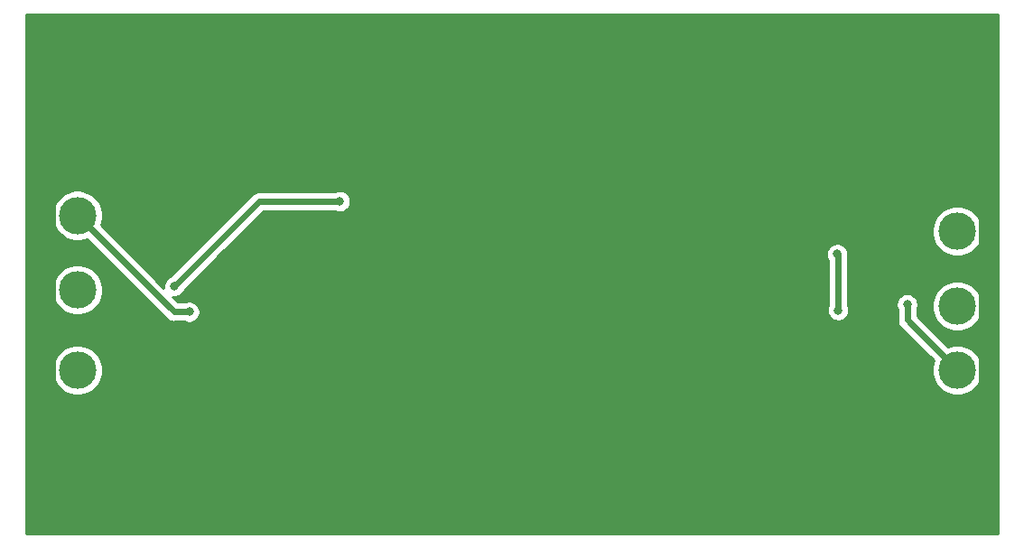
<source format=gbr>
%TF.GenerationSoftware,KiCad,Pcbnew,5.1.10-88a1d61d58~88~ubuntu20.04.1*%
%TF.CreationDate,2021-07-03T03:55:51+02:00*%
%TF.ProjectId,smd-balanced,736d642d-6261-46c6-916e-6365642e6b69,rev?*%
%TF.SameCoordinates,Original*%
%TF.FileFunction,Copper,L2,Bot*%
%TF.FilePolarity,Positive*%
%FSLAX46Y46*%
G04 Gerber Fmt 4.6, Leading zero omitted, Abs format (unit mm)*
G04 Created by KiCad (PCBNEW 5.1.10-88a1d61d58~88~ubuntu20.04.1) date 2021-07-03 03:55:51*
%MOMM*%
%LPD*%
G01*
G04 APERTURE LIST*
%TA.AperFunction,ComponentPad*%
%ADD10C,3.500000*%
%TD*%
%TA.AperFunction,ViaPad*%
%ADD11C,0.800000*%
%TD*%
%TA.AperFunction,Conductor*%
%ADD12C,0.600000*%
%TD*%
%TA.AperFunction,Conductor*%
%ADD13C,0.254000*%
%TD*%
%TA.AperFunction,Conductor*%
%ADD14C,0.100000*%
%TD*%
G04 APERTURE END LIST*
D10*
%TO.P,J1,1*%
%TO.N,Net-(D2-Pad2)*%
X40500000Y-66500000D03*
%TD*%
%TO.P,J2,1*%
%TO.N,/2*%
X123000000Y-53500000D03*
%TD*%
%TO.P,J3,1*%
%TO.N,/3*%
X123000000Y-60500000D03*
%TD*%
%TO.P,J4,1*%
%TO.N,V-*%
X123000000Y-66500000D03*
%TD*%
%TO.P,J6,1*%
%TO.N,Earth*%
X40500000Y-38000000D03*
%TD*%
%TO.P,J7,1*%
%TO.N,Earth*%
X123000000Y-38000000D03*
%TD*%
%TO.P,J8,1*%
%TO.N,Earth*%
X123000000Y-78000000D03*
%TD*%
%TO.P,J9,1*%
%TO.N,Earth*%
X40500000Y-78000000D03*
%TD*%
%TO.P,J10,1*%
%TO.N,ind*%
X40500000Y-52000000D03*
%TD*%
%TO.P,J11,1*%
%TO.N,V-*%
X40500000Y-59000000D03*
%TD*%
D11*
%TO.N,V-*%
X118311100Y-60341900D03*
%TO.N,Net-(D1-Pad1)*%
X111743900Y-55624900D03*
X111825000Y-60898700D03*
%TO.N,ind*%
X50996600Y-61046800D03*
%TO.N,Earth*%
X57500000Y-75000000D03*
X61000000Y-70500000D03*
X61500000Y-65000000D03*
X43500000Y-63500000D03*
X48500000Y-56500000D03*
X48500000Y-50500000D03*
X72500000Y-49000000D03*
X79500000Y-47500000D03*
X76500000Y-73500000D03*
X89000000Y-76000000D03*
X97500000Y-62000000D03*
X89500000Y-46000000D03*
X120000000Y-57500000D03*
X115500000Y-63500000D03*
X110500000Y-53500000D03*
X66000000Y-72000000D03*
X53500000Y-61500000D03*
X64500000Y-48000000D03*
X43500000Y-59000000D03*
X55000000Y-56500000D03*
X63500000Y-44000000D03*
X59000000Y-53500000D03*
X59500000Y-58000000D03*
X60500000Y-60000000D03*
%TO.N,Rin*%
X49622400Y-58609700D03*
X65092600Y-50667800D03*
%TD*%
D12*
%TO.N,V-*%
X123000000Y-66500000D02*
X118311100Y-61811100D01*
X118311100Y-61811100D02*
X118311100Y-60341900D01*
%TO.N,Net-(D1-Pad1)*%
X111825000Y-60898700D02*
X111825000Y-55706000D01*
X111825000Y-55706000D02*
X111743900Y-55624900D01*
%TO.N,ind*%
X40500000Y-52000000D02*
X49546800Y-61046800D01*
X49546800Y-61046800D02*
X50996600Y-61046800D01*
%TO.N,Earth*%
X40500000Y-78000000D02*
X123000000Y-78000000D01*
X40500000Y-38000000D02*
X38191400Y-40308600D01*
X38191400Y-40308600D02*
X38191400Y-75691400D01*
X38191400Y-75691400D02*
X40500000Y-78000000D01*
X123000000Y-78000000D02*
X125255900Y-75744100D01*
X125255900Y-75744100D02*
X125255900Y-40255900D01*
X125255900Y-40255900D02*
X123000000Y-38000000D01*
%TO.N,Rin*%
X65092600Y-50667800D02*
X57564300Y-50667800D01*
X57564300Y-50667800D02*
X49622400Y-58609700D01*
%TD*%
D13*
%TO.N,Earth*%
X126840001Y-81840000D02*
X35660000Y-81840000D01*
X35660000Y-66265098D01*
X38115000Y-66265098D01*
X38115000Y-66734902D01*
X38206654Y-67195679D01*
X38386440Y-67629721D01*
X38647450Y-68020349D01*
X38979651Y-68352550D01*
X39370279Y-68613560D01*
X39804321Y-68793346D01*
X40265098Y-68885000D01*
X40734902Y-68885000D01*
X41195679Y-68793346D01*
X41629721Y-68613560D01*
X42020349Y-68352550D01*
X42352550Y-68020349D01*
X42613560Y-67629721D01*
X42793346Y-67195679D01*
X42885000Y-66734902D01*
X42885000Y-66265098D01*
X42793346Y-65804321D01*
X42613560Y-65370279D01*
X42352550Y-64979651D01*
X42020349Y-64647450D01*
X41629721Y-64386440D01*
X41195679Y-64206654D01*
X40734902Y-64115000D01*
X40265098Y-64115000D01*
X39804321Y-64206654D01*
X39370279Y-64386440D01*
X38979651Y-64647450D01*
X38647450Y-64979651D01*
X38386440Y-65370279D01*
X38206654Y-65804321D01*
X38115000Y-66265098D01*
X35660000Y-66265098D01*
X35660000Y-58765098D01*
X38115000Y-58765098D01*
X38115000Y-59234902D01*
X38206654Y-59695679D01*
X38386440Y-60129721D01*
X38647450Y-60520349D01*
X38979651Y-60852550D01*
X39370279Y-61113560D01*
X39804321Y-61293346D01*
X40265098Y-61385000D01*
X40734902Y-61385000D01*
X41195679Y-61293346D01*
X41629721Y-61113560D01*
X42020349Y-60852550D01*
X42352550Y-60520349D01*
X42613560Y-60129721D01*
X42793346Y-59695679D01*
X42885000Y-59234902D01*
X42885000Y-58765098D01*
X42793346Y-58304321D01*
X42613560Y-57870279D01*
X42352550Y-57479651D01*
X42020349Y-57147450D01*
X41629721Y-56886440D01*
X41195679Y-56706654D01*
X40734902Y-56615000D01*
X40265098Y-56615000D01*
X39804321Y-56706654D01*
X39370279Y-56886440D01*
X38979651Y-57147450D01*
X38647450Y-57479651D01*
X38386440Y-57870279D01*
X38206654Y-58304321D01*
X38115000Y-58765098D01*
X35660000Y-58765098D01*
X35660000Y-51765098D01*
X38115000Y-51765098D01*
X38115000Y-52234902D01*
X38206654Y-52695679D01*
X38386440Y-53129721D01*
X38647450Y-53520349D01*
X38979651Y-53852550D01*
X39370279Y-54113560D01*
X39804321Y-54293346D01*
X40265098Y-54385000D01*
X40734902Y-54385000D01*
X41195679Y-54293346D01*
X41390401Y-54212690D01*
X48853175Y-61675465D01*
X48882456Y-61711144D01*
X49024828Y-61827986D01*
X49187260Y-61914807D01*
X49310043Y-61952053D01*
X49363507Y-61968271D01*
X49546799Y-61986324D01*
X49592731Y-61981800D01*
X50549305Y-61981800D01*
X50694702Y-62042026D01*
X50894661Y-62081800D01*
X51098539Y-62081800D01*
X51298498Y-62042026D01*
X51486856Y-61964005D01*
X51656374Y-61850737D01*
X51800537Y-61706574D01*
X51913805Y-61537056D01*
X51991826Y-61348698D01*
X52031600Y-61148739D01*
X52031600Y-60944861D01*
X51991826Y-60744902D01*
X51913805Y-60556544D01*
X51800537Y-60387026D01*
X51656374Y-60242863D01*
X51486856Y-60129595D01*
X51298498Y-60051574D01*
X51098539Y-60011800D01*
X50894661Y-60011800D01*
X50694702Y-60051574D01*
X50549305Y-60111800D01*
X49934090Y-60111800D01*
X49453713Y-59631423D01*
X49520461Y-59644700D01*
X49724339Y-59644700D01*
X49924298Y-59604926D01*
X50112656Y-59526905D01*
X50282174Y-59413637D01*
X50426337Y-59269474D01*
X50539605Y-59099956D01*
X50599831Y-58954558D01*
X54031428Y-55522961D01*
X110708900Y-55522961D01*
X110708900Y-55726839D01*
X110748674Y-55926798D01*
X110826695Y-56115156D01*
X110890001Y-56209900D01*
X110890000Y-60451404D01*
X110829774Y-60596802D01*
X110790000Y-60796761D01*
X110790000Y-61000639D01*
X110829774Y-61200598D01*
X110907795Y-61388956D01*
X111021063Y-61558474D01*
X111165226Y-61702637D01*
X111334744Y-61815905D01*
X111523102Y-61893926D01*
X111723061Y-61933700D01*
X111926939Y-61933700D01*
X112126898Y-61893926D01*
X112315256Y-61815905D01*
X112484774Y-61702637D01*
X112628937Y-61558474D01*
X112742205Y-61388956D01*
X112820226Y-61200598D01*
X112860000Y-61000639D01*
X112860000Y-60796761D01*
X112820226Y-60596802D01*
X112760000Y-60451405D01*
X112760000Y-60239961D01*
X117276100Y-60239961D01*
X117276100Y-60443839D01*
X117315874Y-60643798D01*
X117376101Y-60789197D01*
X117376100Y-61765168D01*
X117371576Y-61811100D01*
X117383651Y-61933700D01*
X117389629Y-61994391D01*
X117443093Y-62170639D01*
X117529914Y-62333071D01*
X117646756Y-62475444D01*
X117682441Y-62504730D01*
X120787310Y-65609599D01*
X120706654Y-65804321D01*
X120615000Y-66265098D01*
X120615000Y-66734902D01*
X120706654Y-67195679D01*
X120886440Y-67629721D01*
X121147450Y-68020349D01*
X121479651Y-68352550D01*
X121870279Y-68613560D01*
X122304321Y-68793346D01*
X122765098Y-68885000D01*
X123234902Y-68885000D01*
X123695679Y-68793346D01*
X124129721Y-68613560D01*
X124520349Y-68352550D01*
X124852550Y-68020349D01*
X125113560Y-67629721D01*
X125293346Y-67195679D01*
X125385000Y-66734902D01*
X125385000Y-66265098D01*
X125293346Y-65804321D01*
X125113560Y-65370279D01*
X124852550Y-64979651D01*
X124520349Y-64647450D01*
X124129721Y-64386440D01*
X123695679Y-64206654D01*
X123234902Y-64115000D01*
X122765098Y-64115000D01*
X122304321Y-64206654D01*
X122109599Y-64287310D01*
X119246100Y-61423811D01*
X119246100Y-60789195D01*
X119306326Y-60643798D01*
X119346100Y-60443839D01*
X119346100Y-60265098D01*
X120615000Y-60265098D01*
X120615000Y-60734902D01*
X120706654Y-61195679D01*
X120886440Y-61629721D01*
X121147450Y-62020349D01*
X121479651Y-62352550D01*
X121870279Y-62613560D01*
X122304321Y-62793346D01*
X122765098Y-62885000D01*
X123234902Y-62885000D01*
X123695679Y-62793346D01*
X124129721Y-62613560D01*
X124520349Y-62352550D01*
X124852550Y-62020349D01*
X125113560Y-61629721D01*
X125293346Y-61195679D01*
X125385000Y-60734902D01*
X125385000Y-60265098D01*
X125293346Y-59804321D01*
X125113560Y-59370279D01*
X124852550Y-58979651D01*
X124520349Y-58647450D01*
X124129721Y-58386440D01*
X123695679Y-58206654D01*
X123234902Y-58115000D01*
X122765098Y-58115000D01*
X122304321Y-58206654D01*
X121870279Y-58386440D01*
X121479651Y-58647450D01*
X121147450Y-58979651D01*
X120886440Y-59370279D01*
X120706654Y-59804321D01*
X120615000Y-60265098D01*
X119346100Y-60265098D01*
X119346100Y-60239961D01*
X119306326Y-60040002D01*
X119228305Y-59851644D01*
X119115037Y-59682126D01*
X118970874Y-59537963D01*
X118801356Y-59424695D01*
X118612998Y-59346674D01*
X118413039Y-59306900D01*
X118209161Y-59306900D01*
X118009202Y-59346674D01*
X117820844Y-59424695D01*
X117651326Y-59537963D01*
X117507163Y-59682126D01*
X117393895Y-59851644D01*
X117315874Y-60040002D01*
X117276100Y-60239961D01*
X112760000Y-60239961D01*
X112760000Y-55821856D01*
X112778900Y-55726839D01*
X112778900Y-55522961D01*
X112739126Y-55323002D01*
X112661105Y-55134644D01*
X112547837Y-54965126D01*
X112403674Y-54820963D01*
X112234156Y-54707695D01*
X112045798Y-54629674D01*
X111845839Y-54589900D01*
X111641961Y-54589900D01*
X111442002Y-54629674D01*
X111253644Y-54707695D01*
X111084126Y-54820963D01*
X110939963Y-54965126D01*
X110826695Y-55134644D01*
X110748674Y-55323002D01*
X110708900Y-55522961D01*
X54031428Y-55522961D01*
X56289291Y-53265098D01*
X120615000Y-53265098D01*
X120615000Y-53734902D01*
X120706654Y-54195679D01*
X120886440Y-54629721D01*
X121147450Y-55020349D01*
X121479651Y-55352550D01*
X121870279Y-55613560D01*
X122304321Y-55793346D01*
X122765098Y-55885000D01*
X123234902Y-55885000D01*
X123695679Y-55793346D01*
X124129721Y-55613560D01*
X124520349Y-55352550D01*
X124852550Y-55020349D01*
X125113560Y-54629721D01*
X125293346Y-54195679D01*
X125385000Y-53734902D01*
X125385000Y-53265098D01*
X125293346Y-52804321D01*
X125113560Y-52370279D01*
X124852550Y-51979651D01*
X124520349Y-51647450D01*
X124129721Y-51386440D01*
X123695679Y-51206654D01*
X123234902Y-51115000D01*
X122765098Y-51115000D01*
X122304321Y-51206654D01*
X121870279Y-51386440D01*
X121479651Y-51647450D01*
X121147450Y-51979651D01*
X120886440Y-52370279D01*
X120706654Y-52804321D01*
X120615000Y-53265098D01*
X56289291Y-53265098D01*
X57951589Y-51602800D01*
X64645305Y-51602800D01*
X64790702Y-51663026D01*
X64990661Y-51702800D01*
X65194539Y-51702800D01*
X65394498Y-51663026D01*
X65582856Y-51585005D01*
X65752374Y-51471737D01*
X65896537Y-51327574D01*
X66009805Y-51158056D01*
X66087826Y-50969698D01*
X66127600Y-50769739D01*
X66127600Y-50565861D01*
X66087826Y-50365902D01*
X66009805Y-50177544D01*
X65896537Y-50008026D01*
X65752374Y-49863863D01*
X65582856Y-49750595D01*
X65394498Y-49672574D01*
X65194539Y-49632800D01*
X64990661Y-49632800D01*
X64790702Y-49672574D01*
X64645305Y-49732800D01*
X57610235Y-49732800D01*
X57564300Y-49728276D01*
X57381008Y-49746328D01*
X57204759Y-49799793D01*
X57148180Y-49830035D01*
X57042328Y-49886614D01*
X56899956Y-50003456D01*
X56870670Y-50039141D01*
X49277542Y-57632269D01*
X49132144Y-57692495D01*
X48962626Y-57805763D01*
X48818463Y-57949926D01*
X48705195Y-58119444D01*
X48627174Y-58307802D01*
X48587400Y-58507761D01*
X48587400Y-58711639D01*
X48600677Y-58778387D01*
X42712690Y-52890401D01*
X42793346Y-52695679D01*
X42885000Y-52234902D01*
X42885000Y-51765098D01*
X42793346Y-51304321D01*
X42613560Y-50870279D01*
X42352550Y-50479651D01*
X42020349Y-50147450D01*
X41629721Y-49886440D01*
X41195679Y-49706654D01*
X40734902Y-49615000D01*
X40265098Y-49615000D01*
X39804321Y-49706654D01*
X39370279Y-49886440D01*
X38979651Y-50147450D01*
X38647450Y-50479651D01*
X38386440Y-50870279D01*
X38206654Y-51304321D01*
X38115000Y-51765098D01*
X35660000Y-51765098D01*
X35660000Y-33160000D01*
X126840000Y-33160000D01*
X126840001Y-81840000D01*
%TA.AperFunction,Conductor*%
D14*
G36*
X126840001Y-81840000D02*
G01*
X35660000Y-81840000D01*
X35660000Y-66265098D01*
X38115000Y-66265098D01*
X38115000Y-66734902D01*
X38206654Y-67195679D01*
X38386440Y-67629721D01*
X38647450Y-68020349D01*
X38979651Y-68352550D01*
X39370279Y-68613560D01*
X39804321Y-68793346D01*
X40265098Y-68885000D01*
X40734902Y-68885000D01*
X41195679Y-68793346D01*
X41629721Y-68613560D01*
X42020349Y-68352550D01*
X42352550Y-68020349D01*
X42613560Y-67629721D01*
X42793346Y-67195679D01*
X42885000Y-66734902D01*
X42885000Y-66265098D01*
X42793346Y-65804321D01*
X42613560Y-65370279D01*
X42352550Y-64979651D01*
X42020349Y-64647450D01*
X41629721Y-64386440D01*
X41195679Y-64206654D01*
X40734902Y-64115000D01*
X40265098Y-64115000D01*
X39804321Y-64206654D01*
X39370279Y-64386440D01*
X38979651Y-64647450D01*
X38647450Y-64979651D01*
X38386440Y-65370279D01*
X38206654Y-65804321D01*
X38115000Y-66265098D01*
X35660000Y-66265098D01*
X35660000Y-58765098D01*
X38115000Y-58765098D01*
X38115000Y-59234902D01*
X38206654Y-59695679D01*
X38386440Y-60129721D01*
X38647450Y-60520349D01*
X38979651Y-60852550D01*
X39370279Y-61113560D01*
X39804321Y-61293346D01*
X40265098Y-61385000D01*
X40734902Y-61385000D01*
X41195679Y-61293346D01*
X41629721Y-61113560D01*
X42020349Y-60852550D01*
X42352550Y-60520349D01*
X42613560Y-60129721D01*
X42793346Y-59695679D01*
X42885000Y-59234902D01*
X42885000Y-58765098D01*
X42793346Y-58304321D01*
X42613560Y-57870279D01*
X42352550Y-57479651D01*
X42020349Y-57147450D01*
X41629721Y-56886440D01*
X41195679Y-56706654D01*
X40734902Y-56615000D01*
X40265098Y-56615000D01*
X39804321Y-56706654D01*
X39370279Y-56886440D01*
X38979651Y-57147450D01*
X38647450Y-57479651D01*
X38386440Y-57870279D01*
X38206654Y-58304321D01*
X38115000Y-58765098D01*
X35660000Y-58765098D01*
X35660000Y-51765098D01*
X38115000Y-51765098D01*
X38115000Y-52234902D01*
X38206654Y-52695679D01*
X38386440Y-53129721D01*
X38647450Y-53520349D01*
X38979651Y-53852550D01*
X39370279Y-54113560D01*
X39804321Y-54293346D01*
X40265098Y-54385000D01*
X40734902Y-54385000D01*
X41195679Y-54293346D01*
X41390401Y-54212690D01*
X48853175Y-61675465D01*
X48882456Y-61711144D01*
X49024828Y-61827986D01*
X49187260Y-61914807D01*
X49310043Y-61952053D01*
X49363507Y-61968271D01*
X49546799Y-61986324D01*
X49592731Y-61981800D01*
X50549305Y-61981800D01*
X50694702Y-62042026D01*
X50894661Y-62081800D01*
X51098539Y-62081800D01*
X51298498Y-62042026D01*
X51486856Y-61964005D01*
X51656374Y-61850737D01*
X51800537Y-61706574D01*
X51913805Y-61537056D01*
X51991826Y-61348698D01*
X52031600Y-61148739D01*
X52031600Y-60944861D01*
X51991826Y-60744902D01*
X51913805Y-60556544D01*
X51800537Y-60387026D01*
X51656374Y-60242863D01*
X51486856Y-60129595D01*
X51298498Y-60051574D01*
X51098539Y-60011800D01*
X50894661Y-60011800D01*
X50694702Y-60051574D01*
X50549305Y-60111800D01*
X49934090Y-60111800D01*
X49453713Y-59631423D01*
X49520461Y-59644700D01*
X49724339Y-59644700D01*
X49924298Y-59604926D01*
X50112656Y-59526905D01*
X50282174Y-59413637D01*
X50426337Y-59269474D01*
X50539605Y-59099956D01*
X50599831Y-58954558D01*
X54031428Y-55522961D01*
X110708900Y-55522961D01*
X110708900Y-55726839D01*
X110748674Y-55926798D01*
X110826695Y-56115156D01*
X110890001Y-56209900D01*
X110890000Y-60451404D01*
X110829774Y-60596802D01*
X110790000Y-60796761D01*
X110790000Y-61000639D01*
X110829774Y-61200598D01*
X110907795Y-61388956D01*
X111021063Y-61558474D01*
X111165226Y-61702637D01*
X111334744Y-61815905D01*
X111523102Y-61893926D01*
X111723061Y-61933700D01*
X111926939Y-61933700D01*
X112126898Y-61893926D01*
X112315256Y-61815905D01*
X112484774Y-61702637D01*
X112628937Y-61558474D01*
X112742205Y-61388956D01*
X112820226Y-61200598D01*
X112860000Y-61000639D01*
X112860000Y-60796761D01*
X112820226Y-60596802D01*
X112760000Y-60451405D01*
X112760000Y-60239961D01*
X117276100Y-60239961D01*
X117276100Y-60443839D01*
X117315874Y-60643798D01*
X117376101Y-60789197D01*
X117376100Y-61765168D01*
X117371576Y-61811100D01*
X117383651Y-61933700D01*
X117389629Y-61994391D01*
X117443093Y-62170639D01*
X117529914Y-62333071D01*
X117646756Y-62475444D01*
X117682441Y-62504730D01*
X120787310Y-65609599D01*
X120706654Y-65804321D01*
X120615000Y-66265098D01*
X120615000Y-66734902D01*
X120706654Y-67195679D01*
X120886440Y-67629721D01*
X121147450Y-68020349D01*
X121479651Y-68352550D01*
X121870279Y-68613560D01*
X122304321Y-68793346D01*
X122765098Y-68885000D01*
X123234902Y-68885000D01*
X123695679Y-68793346D01*
X124129721Y-68613560D01*
X124520349Y-68352550D01*
X124852550Y-68020349D01*
X125113560Y-67629721D01*
X125293346Y-67195679D01*
X125385000Y-66734902D01*
X125385000Y-66265098D01*
X125293346Y-65804321D01*
X125113560Y-65370279D01*
X124852550Y-64979651D01*
X124520349Y-64647450D01*
X124129721Y-64386440D01*
X123695679Y-64206654D01*
X123234902Y-64115000D01*
X122765098Y-64115000D01*
X122304321Y-64206654D01*
X122109599Y-64287310D01*
X119246100Y-61423811D01*
X119246100Y-60789195D01*
X119306326Y-60643798D01*
X119346100Y-60443839D01*
X119346100Y-60265098D01*
X120615000Y-60265098D01*
X120615000Y-60734902D01*
X120706654Y-61195679D01*
X120886440Y-61629721D01*
X121147450Y-62020349D01*
X121479651Y-62352550D01*
X121870279Y-62613560D01*
X122304321Y-62793346D01*
X122765098Y-62885000D01*
X123234902Y-62885000D01*
X123695679Y-62793346D01*
X124129721Y-62613560D01*
X124520349Y-62352550D01*
X124852550Y-62020349D01*
X125113560Y-61629721D01*
X125293346Y-61195679D01*
X125385000Y-60734902D01*
X125385000Y-60265098D01*
X125293346Y-59804321D01*
X125113560Y-59370279D01*
X124852550Y-58979651D01*
X124520349Y-58647450D01*
X124129721Y-58386440D01*
X123695679Y-58206654D01*
X123234902Y-58115000D01*
X122765098Y-58115000D01*
X122304321Y-58206654D01*
X121870279Y-58386440D01*
X121479651Y-58647450D01*
X121147450Y-58979651D01*
X120886440Y-59370279D01*
X120706654Y-59804321D01*
X120615000Y-60265098D01*
X119346100Y-60265098D01*
X119346100Y-60239961D01*
X119306326Y-60040002D01*
X119228305Y-59851644D01*
X119115037Y-59682126D01*
X118970874Y-59537963D01*
X118801356Y-59424695D01*
X118612998Y-59346674D01*
X118413039Y-59306900D01*
X118209161Y-59306900D01*
X118009202Y-59346674D01*
X117820844Y-59424695D01*
X117651326Y-59537963D01*
X117507163Y-59682126D01*
X117393895Y-59851644D01*
X117315874Y-60040002D01*
X117276100Y-60239961D01*
X112760000Y-60239961D01*
X112760000Y-55821856D01*
X112778900Y-55726839D01*
X112778900Y-55522961D01*
X112739126Y-55323002D01*
X112661105Y-55134644D01*
X112547837Y-54965126D01*
X112403674Y-54820963D01*
X112234156Y-54707695D01*
X112045798Y-54629674D01*
X111845839Y-54589900D01*
X111641961Y-54589900D01*
X111442002Y-54629674D01*
X111253644Y-54707695D01*
X111084126Y-54820963D01*
X110939963Y-54965126D01*
X110826695Y-55134644D01*
X110748674Y-55323002D01*
X110708900Y-55522961D01*
X54031428Y-55522961D01*
X56289291Y-53265098D01*
X120615000Y-53265098D01*
X120615000Y-53734902D01*
X120706654Y-54195679D01*
X120886440Y-54629721D01*
X121147450Y-55020349D01*
X121479651Y-55352550D01*
X121870279Y-55613560D01*
X122304321Y-55793346D01*
X122765098Y-55885000D01*
X123234902Y-55885000D01*
X123695679Y-55793346D01*
X124129721Y-55613560D01*
X124520349Y-55352550D01*
X124852550Y-55020349D01*
X125113560Y-54629721D01*
X125293346Y-54195679D01*
X125385000Y-53734902D01*
X125385000Y-53265098D01*
X125293346Y-52804321D01*
X125113560Y-52370279D01*
X124852550Y-51979651D01*
X124520349Y-51647450D01*
X124129721Y-51386440D01*
X123695679Y-51206654D01*
X123234902Y-51115000D01*
X122765098Y-51115000D01*
X122304321Y-51206654D01*
X121870279Y-51386440D01*
X121479651Y-51647450D01*
X121147450Y-51979651D01*
X120886440Y-52370279D01*
X120706654Y-52804321D01*
X120615000Y-53265098D01*
X56289291Y-53265098D01*
X57951589Y-51602800D01*
X64645305Y-51602800D01*
X64790702Y-51663026D01*
X64990661Y-51702800D01*
X65194539Y-51702800D01*
X65394498Y-51663026D01*
X65582856Y-51585005D01*
X65752374Y-51471737D01*
X65896537Y-51327574D01*
X66009805Y-51158056D01*
X66087826Y-50969698D01*
X66127600Y-50769739D01*
X66127600Y-50565861D01*
X66087826Y-50365902D01*
X66009805Y-50177544D01*
X65896537Y-50008026D01*
X65752374Y-49863863D01*
X65582856Y-49750595D01*
X65394498Y-49672574D01*
X65194539Y-49632800D01*
X64990661Y-49632800D01*
X64790702Y-49672574D01*
X64645305Y-49732800D01*
X57610235Y-49732800D01*
X57564300Y-49728276D01*
X57381008Y-49746328D01*
X57204759Y-49799793D01*
X57148180Y-49830035D01*
X57042328Y-49886614D01*
X56899956Y-50003456D01*
X56870670Y-50039141D01*
X49277542Y-57632269D01*
X49132144Y-57692495D01*
X48962626Y-57805763D01*
X48818463Y-57949926D01*
X48705195Y-58119444D01*
X48627174Y-58307802D01*
X48587400Y-58507761D01*
X48587400Y-58711639D01*
X48600677Y-58778387D01*
X42712690Y-52890401D01*
X42793346Y-52695679D01*
X42885000Y-52234902D01*
X42885000Y-51765098D01*
X42793346Y-51304321D01*
X42613560Y-50870279D01*
X42352550Y-50479651D01*
X42020349Y-50147450D01*
X41629721Y-49886440D01*
X41195679Y-49706654D01*
X40734902Y-49615000D01*
X40265098Y-49615000D01*
X39804321Y-49706654D01*
X39370279Y-49886440D01*
X38979651Y-50147450D01*
X38647450Y-50479651D01*
X38386440Y-50870279D01*
X38206654Y-51304321D01*
X38115000Y-51765098D01*
X35660000Y-51765098D01*
X35660000Y-33160000D01*
X126840000Y-33160000D01*
X126840001Y-81840000D01*
G37*
%TD.AperFunction*%
%TD*%
M02*

</source>
